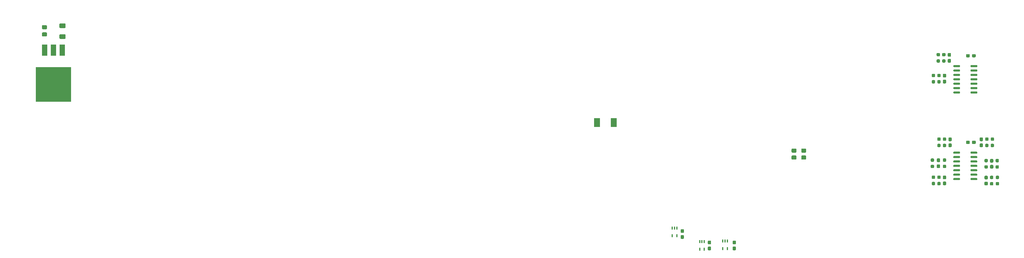
<source format=gtp>
G04 #@! TF.GenerationSoftware,KiCad,Pcbnew,(5.1.10)-1*
G04 #@! TF.CreationDate,2022-11-18T11:00:14-07:00*
G04 #@! TF.ProjectId,Lift_02,4c696674-5f30-4322-9e6b-696361645f70,rev?*
G04 #@! TF.SameCoordinates,Original*
G04 #@! TF.FileFunction,Paste,Top*
G04 #@! TF.FilePolarity,Positive*
%FSLAX46Y46*%
G04 Gerber Fmt 4.6, Leading zero omitted, Abs format (unit mm)*
G04 Created by KiCad (PCBNEW (5.1.10)-1) date 2022-11-18 11:00:14*
%MOMM*%
%LPD*%
G01*
G04 APERTURE LIST*
%ADD10R,0.400000X0.900000*%
%ADD11R,1.800000X2.540000*%
%ADD12R,1.511000X3.300000*%
%ADD13R,10.122000X10.020000*%
G04 APERTURE END LIST*
D10*
X261822000Y-72940000D03*
X261172000Y-72940000D03*
X260522000Y-72940000D03*
X260522000Y-75140000D03*
X261822000Y-75140000D03*
X269714000Y-76834000D03*
X269064000Y-76834000D03*
X268414000Y-76834000D03*
X268414000Y-79034000D03*
X269714000Y-79034000D03*
X276382000Y-76684000D03*
X275732000Y-76684000D03*
X275082000Y-76684000D03*
X275082000Y-78884000D03*
X276382000Y-78884000D03*
G36*
G01*
X271461500Y-77659000D02*
X270986500Y-77659000D01*
G75*
G02*
X270749000Y-77421500I0J237500D01*
G01*
X270749000Y-76821500D01*
G75*
G02*
X270986500Y-76584000I237500J0D01*
G01*
X271461500Y-76584000D01*
G75*
G02*
X271699000Y-76821500I0J-237500D01*
G01*
X271699000Y-77421500D01*
G75*
G02*
X271461500Y-77659000I-237500J0D01*
G01*
G37*
G36*
G01*
X271461500Y-79384000D02*
X270986500Y-79384000D01*
G75*
G02*
X270749000Y-79146500I0J237500D01*
G01*
X270749000Y-78546500D01*
G75*
G02*
X270986500Y-78309000I237500J0D01*
G01*
X271461500Y-78309000D01*
G75*
G02*
X271699000Y-78546500I0J-237500D01*
G01*
X271699000Y-79146500D01*
G75*
G02*
X271461500Y-79384000I-237500J0D01*
G01*
G37*
G36*
G01*
X278621500Y-77653000D02*
X278146500Y-77653000D01*
G75*
G02*
X277909000Y-77415500I0J237500D01*
G01*
X277909000Y-76815500D01*
G75*
G02*
X278146500Y-76578000I237500J0D01*
G01*
X278621500Y-76578000D01*
G75*
G02*
X278859000Y-76815500I0J-237500D01*
G01*
X278859000Y-77415500D01*
G75*
G02*
X278621500Y-77653000I-237500J0D01*
G01*
G37*
G36*
G01*
X278621500Y-79378000D02*
X278146500Y-79378000D01*
G75*
G02*
X277909000Y-79140500I0J237500D01*
G01*
X277909000Y-78540500D01*
G75*
G02*
X278146500Y-78303000I237500J0D01*
G01*
X278621500Y-78303000D01*
G75*
G02*
X278859000Y-78540500I0J-237500D01*
G01*
X278859000Y-79140500D01*
G75*
G02*
X278621500Y-79378000I-237500J0D01*
G01*
G37*
G36*
G01*
X263635500Y-74351000D02*
X263160500Y-74351000D01*
G75*
G02*
X262923000Y-74113500I0J237500D01*
G01*
X262923000Y-73513500D01*
G75*
G02*
X263160500Y-73276000I237500J0D01*
G01*
X263635500Y-73276000D01*
G75*
G02*
X263873000Y-73513500I0J-237500D01*
G01*
X263873000Y-74113500D01*
G75*
G02*
X263635500Y-74351000I-237500J0D01*
G01*
G37*
G36*
G01*
X263635500Y-76076000D02*
X263160500Y-76076000D01*
G75*
G02*
X262923000Y-75838500I0J237500D01*
G01*
X262923000Y-75238500D01*
G75*
G02*
X263160500Y-75001000I237500J0D01*
G01*
X263635500Y-75001000D01*
G75*
G02*
X263873000Y-75238500I0J-237500D01*
G01*
X263873000Y-75838500D01*
G75*
G02*
X263635500Y-76076000I-237500J0D01*
G01*
G37*
G36*
G01*
X346925000Y-48437500D02*
X346925000Y-47962500D01*
G75*
G02*
X347162500Y-47725000I237500J0D01*
G01*
X347762500Y-47725000D01*
G75*
G02*
X348000000Y-47962500I0J-237500D01*
G01*
X348000000Y-48437500D01*
G75*
G02*
X347762500Y-48675000I-237500J0D01*
G01*
X347162500Y-48675000D01*
G75*
G02*
X346925000Y-48437500I0J237500D01*
G01*
G37*
G36*
G01*
X345200000Y-48437500D02*
X345200000Y-47962500D01*
G75*
G02*
X345437500Y-47725000I237500J0D01*
G01*
X346037500Y-47725000D01*
G75*
G02*
X346275000Y-47962500I0J-237500D01*
G01*
X346275000Y-48437500D01*
G75*
G02*
X346037500Y-48675000I-237500J0D01*
G01*
X345437500Y-48675000D01*
G75*
G02*
X345200000Y-48437500I0J237500D01*
G01*
G37*
G36*
G01*
X346925000Y-23437500D02*
X346925000Y-22962500D01*
G75*
G02*
X347162500Y-22725000I237500J0D01*
G01*
X347762500Y-22725000D01*
G75*
G02*
X348000000Y-22962500I0J-237500D01*
G01*
X348000000Y-23437500D01*
G75*
G02*
X347762500Y-23675000I-237500J0D01*
G01*
X347162500Y-23675000D01*
G75*
G02*
X346925000Y-23437500I0J237500D01*
G01*
G37*
G36*
G01*
X345200000Y-23437500D02*
X345200000Y-22962500D01*
G75*
G02*
X345437500Y-22725000I237500J0D01*
G01*
X346037500Y-22725000D01*
G75*
G02*
X346275000Y-22962500I0J-237500D01*
G01*
X346275000Y-23437500D01*
G75*
G02*
X346037500Y-23675000I-237500J0D01*
G01*
X345437500Y-23675000D01*
G75*
G02*
X345200000Y-23437500I0J237500D01*
G01*
G37*
G36*
G01*
X337637500Y-47775000D02*
X337162500Y-47775000D01*
G75*
G02*
X336925000Y-47537500I0J237500D01*
G01*
X336925000Y-47037500D01*
G75*
G02*
X337162500Y-46800000I237500J0D01*
G01*
X337637500Y-46800000D01*
G75*
G02*
X337875000Y-47037500I0J-237500D01*
G01*
X337875000Y-47537500D01*
G75*
G02*
X337637500Y-47775000I-237500J0D01*
G01*
G37*
G36*
G01*
X337637500Y-49600000D02*
X337162500Y-49600000D01*
G75*
G02*
X336925000Y-49362500I0J237500D01*
G01*
X336925000Y-48862500D01*
G75*
G02*
X337162500Y-48625000I237500J0D01*
G01*
X337637500Y-48625000D01*
G75*
G02*
X337875000Y-48862500I0J-237500D01*
G01*
X337875000Y-49362500D01*
G75*
G02*
X337637500Y-49600000I-237500J0D01*
G01*
G37*
G36*
G01*
X339237500Y-47775000D02*
X338762500Y-47775000D01*
G75*
G02*
X338525000Y-47537500I0J237500D01*
G01*
X338525000Y-47037500D01*
G75*
G02*
X338762500Y-46800000I237500J0D01*
G01*
X339237500Y-46800000D01*
G75*
G02*
X339475000Y-47037500I0J-237500D01*
G01*
X339475000Y-47537500D01*
G75*
G02*
X339237500Y-47775000I-237500J0D01*
G01*
G37*
G36*
G01*
X339237500Y-49600000D02*
X338762500Y-49600000D01*
G75*
G02*
X338525000Y-49362500I0J237500D01*
G01*
X338525000Y-48862500D01*
G75*
G02*
X338762500Y-48625000I237500J0D01*
G01*
X339237500Y-48625000D01*
G75*
G02*
X339475000Y-48862500I0J-237500D01*
G01*
X339475000Y-49362500D01*
G75*
G02*
X339237500Y-49600000I-237500J0D01*
G01*
G37*
G36*
G01*
X352337500Y-59675000D02*
X352812500Y-59675000D01*
G75*
G02*
X353050000Y-59912500I0J-237500D01*
G01*
X353050000Y-60412500D01*
G75*
G02*
X352812500Y-60650000I-237500J0D01*
G01*
X352337500Y-60650000D01*
G75*
G02*
X352100000Y-60412500I0J237500D01*
G01*
X352100000Y-59912500D01*
G75*
G02*
X352337500Y-59675000I237500J0D01*
G01*
G37*
G36*
G01*
X352337500Y-57850000D02*
X352812500Y-57850000D01*
G75*
G02*
X353050000Y-58087500I0J-237500D01*
G01*
X353050000Y-58587500D01*
G75*
G02*
X352812500Y-58825000I-237500J0D01*
G01*
X352337500Y-58825000D01*
G75*
G02*
X352100000Y-58587500I0J237500D01*
G01*
X352100000Y-58087500D01*
G75*
G02*
X352337500Y-57850000I237500J0D01*
G01*
G37*
G36*
G01*
X337162500Y-59637500D02*
X337637500Y-59637500D01*
G75*
G02*
X337875000Y-59875000I0J-237500D01*
G01*
X337875000Y-60375000D01*
G75*
G02*
X337637500Y-60612500I-237500J0D01*
G01*
X337162500Y-60612500D01*
G75*
G02*
X336925000Y-60375000I0J237500D01*
G01*
X336925000Y-59875000D01*
G75*
G02*
X337162500Y-59637500I237500J0D01*
G01*
G37*
G36*
G01*
X337162500Y-57812500D02*
X337637500Y-57812500D01*
G75*
G02*
X337875000Y-58050000I0J-237500D01*
G01*
X337875000Y-58550000D01*
G75*
G02*
X337637500Y-58787500I-237500J0D01*
G01*
X337162500Y-58787500D01*
G75*
G02*
X336925000Y-58550000I0J237500D01*
G01*
X336925000Y-58050000D01*
G75*
G02*
X337162500Y-57812500I237500J0D01*
G01*
G37*
G36*
G01*
X354012500Y-59675000D02*
X354487500Y-59675000D01*
G75*
G02*
X354725000Y-59912500I0J-237500D01*
G01*
X354725000Y-60412500D01*
G75*
G02*
X354487500Y-60650000I-237500J0D01*
G01*
X354012500Y-60650000D01*
G75*
G02*
X353775000Y-60412500I0J237500D01*
G01*
X353775000Y-59912500D01*
G75*
G02*
X354012500Y-59675000I237500J0D01*
G01*
G37*
G36*
G01*
X354012500Y-57850000D02*
X354487500Y-57850000D01*
G75*
G02*
X354725000Y-58087500I0J-237500D01*
G01*
X354725000Y-58587500D01*
G75*
G02*
X354487500Y-58825000I-237500J0D01*
G01*
X354012500Y-58825000D01*
G75*
G02*
X353775000Y-58587500I0J237500D01*
G01*
X353775000Y-58087500D01*
G75*
G02*
X354012500Y-57850000I237500J0D01*
G01*
G37*
G36*
G01*
X337162500Y-30225000D02*
X337637500Y-30225000D01*
G75*
G02*
X337875000Y-30462500I0J-237500D01*
G01*
X337875000Y-30962500D01*
G75*
G02*
X337637500Y-31200000I-237500J0D01*
G01*
X337162500Y-31200000D01*
G75*
G02*
X336925000Y-30962500I0J237500D01*
G01*
X336925000Y-30462500D01*
G75*
G02*
X337162500Y-30225000I237500J0D01*
G01*
G37*
G36*
G01*
X337162500Y-28400000D02*
X337637500Y-28400000D01*
G75*
G02*
X337875000Y-28637500I0J-237500D01*
G01*
X337875000Y-29137500D01*
G75*
G02*
X337637500Y-29375000I-237500J0D01*
G01*
X337162500Y-29375000D01*
G75*
G02*
X336925000Y-29137500I0J237500D01*
G01*
X336925000Y-28637500D01*
G75*
G02*
X337162500Y-28400000I237500J0D01*
G01*
G37*
G36*
G01*
X335562500Y-59625000D02*
X336037500Y-59625000D01*
G75*
G02*
X336275000Y-59862500I0J-237500D01*
G01*
X336275000Y-60362500D01*
G75*
G02*
X336037500Y-60600000I-237500J0D01*
G01*
X335562500Y-60600000D01*
G75*
G02*
X335325000Y-60362500I0J237500D01*
G01*
X335325000Y-59862500D01*
G75*
G02*
X335562500Y-59625000I237500J0D01*
G01*
G37*
G36*
G01*
X335562500Y-57800000D02*
X336037500Y-57800000D01*
G75*
G02*
X336275000Y-58037500I0J-237500D01*
G01*
X336275000Y-58537500D01*
G75*
G02*
X336037500Y-58775000I-237500J0D01*
G01*
X335562500Y-58775000D01*
G75*
G02*
X335325000Y-58537500I0J237500D01*
G01*
X335325000Y-58037500D01*
G75*
G02*
X335562500Y-57800000I237500J0D01*
G01*
G37*
G36*
G01*
X351237500Y-53975000D02*
X350762500Y-53975000D01*
G75*
G02*
X350525000Y-53737500I0J237500D01*
G01*
X350525000Y-53237500D01*
G75*
G02*
X350762500Y-53000000I237500J0D01*
G01*
X351237500Y-53000000D01*
G75*
G02*
X351475000Y-53237500I0J-237500D01*
G01*
X351475000Y-53737500D01*
G75*
G02*
X351237500Y-53975000I-237500J0D01*
G01*
G37*
G36*
G01*
X351237500Y-55800000D02*
X350762500Y-55800000D01*
G75*
G02*
X350525000Y-55562500I0J237500D01*
G01*
X350525000Y-55062500D01*
G75*
G02*
X350762500Y-54825000I237500J0D01*
G01*
X351237500Y-54825000D01*
G75*
G02*
X351475000Y-55062500I0J-237500D01*
G01*
X351475000Y-55562500D01*
G75*
G02*
X351237500Y-55800000I-237500J0D01*
G01*
G37*
G36*
G01*
X339237500Y-53825000D02*
X338762500Y-53825000D01*
G75*
G02*
X338525000Y-53587500I0J237500D01*
G01*
X338525000Y-53087500D01*
G75*
G02*
X338762500Y-52850000I237500J0D01*
G01*
X339237500Y-52850000D01*
G75*
G02*
X339475000Y-53087500I0J-237500D01*
G01*
X339475000Y-53587500D01*
G75*
G02*
X339237500Y-53825000I-237500J0D01*
G01*
G37*
G36*
G01*
X339237500Y-55650000D02*
X338762500Y-55650000D01*
G75*
G02*
X338525000Y-55412500I0J237500D01*
G01*
X338525000Y-54912500D01*
G75*
G02*
X338762500Y-54675000I237500J0D01*
G01*
X339237500Y-54675000D01*
G75*
G02*
X339475000Y-54912500I0J-237500D01*
G01*
X339475000Y-55412500D01*
G75*
G02*
X339237500Y-55650000I-237500J0D01*
G01*
G37*
G36*
G01*
X335562500Y-30225000D02*
X336037500Y-30225000D01*
G75*
G02*
X336275000Y-30462500I0J-237500D01*
G01*
X336275000Y-30962500D01*
G75*
G02*
X336037500Y-31200000I-237500J0D01*
G01*
X335562500Y-31200000D01*
G75*
G02*
X335325000Y-30962500I0J237500D01*
G01*
X335325000Y-30462500D01*
G75*
G02*
X335562500Y-30225000I237500J0D01*
G01*
G37*
G36*
G01*
X335562500Y-28400000D02*
X336037500Y-28400000D01*
G75*
G02*
X336275000Y-28637500I0J-237500D01*
G01*
X336275000Y-29137500D01*
G75*
G02*
X336037500Y-29375000I-237500J0D01*
G01*
X335562500Y-29375000D01*
G75*
G02*
X335325000Y-29137500I0J237500D01*
G01*
X335325000Y-28637500D01*
G75*
G02*
X335562500Y-28400000I237500J0D01*
G01*
G37*
G36*
G01*
X354437500Y-53975000D02*
X353962500Y-53975000D01*
G75*
G02*
X353725000Y-53737500I0J237500D01*
G01*
X353725000Y-53237500D01*
G75*
G02*
X353962500Y-53000000I237500J0D01*
G01*
X354437500Y-53000000D01*
G75*
G02*
X354675000Y-53237500I0J-237500D01*
G01*
X354675000Y-53737500D01*
G75*
G02*
X354437500Y-53975000I-237500J0D01*
G01*
G37*
G36*
G01*
X354437500Y-55800000D02*
X353962500Y-55800000D01*
G75*
G02*
X353725000Y-55562500I0J237500D01*
G01*
X353725000Y-55062500D01*
G75*
G02*
X353962500Y-54825000I237500J0D01*
G01*
X354437500Y-54825000D01*
G75*
G02*
X354675000Y-55062500I0J-237500D01*
G01*
X354675000Y-55562500D01*
G75*
G02*
X354437500Y-55800000I-237500J0D01*
G01*
G37*
G36*
G01*
X335737500Y-53825000D02*
X335262500Y-53825000D01*
G75*
G02*
X335025000Y-53587500I0J237500D01*
G01*
X335025000Y-53087500D01*
G75*
G02*
X335262500Y-52850000I237500J0D01*
G01*
X335737500Y-52850000D01*
G75*
G02*
X335975000Y-53087500I0J-237500D01*
G01*
X335975000Y-53587500D01*
G75*
G02*
X335737500Y-53825000I-237500J0D01*
G01*
G37*
G36*
G01*
X335737500Y-55650000D02*
X335262500Y-55650000D01*
G75*
G02*
X335025000Y-55412500I0J237500D01*
G01*
X335025000Y-54912500D01*
G75*
G02*
X335262500Y-54675000I237500J0D01*
G01*
X335737500Y-54675000D01*
G75*
G02*
X335975000Y-54912500I0J-237500D01*
G01*
X335975000Y-55412500D01*
G75*
G02*
X335737500Y-55650000I-237500J0D01*
G01*
G37*
G36*
G01*
X339037500Y-23375000D02*
X338562500Y-23375000D01*
G75*
G02*
X338325000Y-23137500I0J237500D01*
G01*
X338325000Y-22637500D01*
G75*
G02*
X338562500Y-22400000I237500J0D01*
G01*
X339037500Y-22400000D01*
G75*
G02*
X339275000Y-22637500I0J-237500D01*
G01*
X339275000Y-23137500D01*
G75*
G02*
X339037500Y-23375000I-237500J0D01*
G01*
G37*
G36*
G01*
X339037500Y-25200000D02*
X338562500Y-25200000D01*
G75*
G02*
X338325000Y-24962500I0J237500D01*
G01*
X338325000Y-24462500D01*
G75*
G02*
X338562500Y-24225000I237500J0D01*
G01*
X339037500Y-24225000D01*
G75*
G02*
X339275000Y-24462500I0J-237500D01*
G01*
X339275000Y-24962500D01*
G75*
G02*
X339037500Y-25200000I-237500J0D01*
G01*
G37*
G36*
G01*
X351437500Y-47775000D02*
X350962500Y-47775000D01*
G75*
G02*
X350725000Y-47537500I0J237500D01*
G01*
X350725000Y-47037500D01*
G75*
G02*
X350962500Y-46800000I237500J0D01*
G01*
X351437500Y-46800000D01*
G75*
G02*
X351675000Y-47037500I0J-237500D01*
G01*
X351675000Y-47537500D01*
G75*
G02*
X351437500Y-47775000I-237500J0D01*
G01*
G37*
G36*
G01*
X351437500Y-49600000D02*
X350962500Y-49600000D01*
G75*
G02*
X350725000Y-49362500I0J237500D01*
G01*
X350725000Y-48862500D01*
G75*
G02*
X350962500Y-48625000I237500J0D01*
G01*
X351437500Y-48625000D01*
G75*
G02*
X351675000Y-48862500I0J-237500D01*
G01*
X351675000Y-49362500D01*
G75*
G02*
X351437500Y-49600000I-237500J0D01*
G01*
G37*
G36*
G01*
X337437500Y-23375000D02*
X336962500Y-23375000D01*
G75*
G02*
X336725000Y-23137500I0J237500D01*
G01*
X336725000Y-22637500D01*
G75*
G02*
X336962500Y-22400000I237500J0D01*
G01*
X337437500Y-22400000D01*
G75*
G02*
X337675000Y-22637500I0J-237500D01*
G01*
X337675000Y-23137500D01*
G75*
G02*
X337437500Y-23375000I-237500J0D01*
G01*
G37*
G36*
G01*
X337437500Y-25200000D02*
X336962500Y-25200000D01*
G75*
G02*
X336725000Y-24962500I0J237500D01*
G01*
X336725000Y-24462500D01*
G75*
G02*
X336962500Y-24225000I237500J0D01*
G01*
X337437500Y-24225000D01*
G75*
G02*
X337675000Y-24462500I0J-237500D01*
G01*
X337675000Y-24962500D01*
G75*
G02*
X337437500Y-25200000I-237500J0D01*
G01*
G37*
G36*
G01*
X353037500Y-47775000D02*
X352562500Y-47775000D01*
G75*
G02*
X352325000Y-47537500I0J237500D01*
G01*
X352325000Y-47037500D01*
G75*
G02*
X352562500Y-46800000I237500J0D01*
G01*
X353037500Y-46800000D01*
G75*
G02*
X353275000Y-47037500I0J-237500D01*
G01*
X353275000Y-47537500D01*
G75*
G02*
X353037500Y-47775000I-237500J0D01*
G01*
G37*
G36*
G01*
X353037500Y-49600000D02*
X352562500Y-49600000D01*
G75*
G02*
X352325000Y-49362500I0J237500D01*
G01*
X352325000Y-48862500D01*
G75*
G02*
X352562500Y-48625000I237500J0D01*
G01*
X353037500Y-48625000D01*
G75*
G02*
X353275000Y-48862500I0J-237500D01*
G01*
X353275000Y-49362500D01*
G75*
G02*
X353037500Y-49600000I-237500J0D01*
G01*
G37*
G36*
G01*
X350762500Y-59575000D02*
X351237500Y-59575000D01*
G75*
G02*
X351475000Y-59812500I0J-237500D01*
G01*
X351475000Y-60412500D01*
G75*
G02*
X351237500Y-60650000I-237500J0D01*
G01*
X350762500Y-60650000D01*
G75*
G02*
X350525000Y-60412500I0J237500D01*
G01*
X350525000Y-59812500D01*
G75*
G02*
X350762500Y-59575000I237500J0D01*
G01*
G37*
G36*
G01*
X350762500Y-57850000D02*
X351237500Y-57850000D01*
G75*
G02*
X351475000Y-58087500I0J-237500D01*
G01*
X351475000Y-58687500D01*
G75*
G02*
X351237500Y-58925000I-237500J0D01*
G01*
X350762500Y-58925000D01*
G75*
G02*
X350525000Y-58687500I0J237500D01*
G01*
X350525000Y-58087500D01*
G75*
G02*
X350762500Y-57850000I237500J0D01*
G01*
G37*
G36*
G01*
X338762500Y-59525000D02*
X339237500Y-59525000D01*
G75*
G02*
X339475000Y-59762500I0J-237500D01*
G01*
X339475000Y-60362500D01*
G75*
G02*
X339237500Y-60600000I-237500J0D01*
G01*
X338762500Y-60600000D01*
G75*
G02*
X338525000Y-60362500I0J237500D01*
G01*
X338525000Y-59762500D01*
G75*
G02*
X338762500Y-59525000I237500J0D01*
G01*
G37*
G36*
G01*
X338762500Y-57800000D02*
X339237500Y-57800000D01*
G75*
G02*
X339475000Y-58037500I0J-237500D01*
G01*
X339475000Y-58637500D01*
G75*
G02*
X339237500Y-58875000I-237500J0D01*
G01*
X338762500Y-58875000D01*
G75*
G02*
X338525000Y-58637500I0J237500D01*
G01*
X338525000Y-58037500D01*
G75*
G02*
X338762500Y-57800000I237500J0D01*
G01*
G37*
G36*
G01*
X338762500Y-30125000D02*
X339237500Y-30125000D01*
G75*
G02*
X339475000Y-30362500I0J-237500D01*
G01*
X339475000Y-30962500D01*
G75*
G02*
X339237500Y-31200000I-237500J0D01*
G01*
X338762500Y-31200000D01*
G75*
G02*
X338525000Y-30962500I0J237500D01*
G01*
X338525000Y-30362500D01*
G75*
G02*
X338762500Y-30125000I237500J0D01*
G01*
G37*
G36*
G01*
X338762500Y-28400000D02*
X339237500Y-28400000D01*
G75*
G02*
X339475000Y-28637500I0J-237500D01*
G01*
X339475000Y-29237500D01*
G75*
G02*
X339237500Y-29475000I-237500J0D01*
G01*
X338762500Y-29475000D01*
G75*
G02*
X338525000Y-29237500I0J237500D01*
G01*
X338525000Y-28637500D01*
G75*
G02*
X338762500Y-28400000I237500J0D01*
G01*
G37*
G36*
G01*
X352362500Y-54725000D02*
X352837500Y-54725000D01*
G75*
G02*
X353075000Y-54962500I0J-237500D01*
G01*
X353075000Y-55562500D01*
G75*
G02*
X352837500Y-55800000I-237500J0D01*
G01*
X352362500Y-55800000D01*
G75*
G02*
X352125000Y-55562500I0J237500D01*
G01*
X352125000Y-54962500D01*
G75*
G02*
X352362500Y-54725000I237500J0D01*
G01*
G37*
G36*
G01*
X352362500Y-53000000D02*
X352837500Y-53000000D01*
G75*
G02*
X353075000Y-53237500I0J-237500D01*
G01*
X353075000Y-53837500D01*
G75*
G02*
X352837500Y-54075000I-237500J0D01*
G01*
X352362500Y-54075000D01*
G75*
G02*
X352125000Y-53837500I0J237500D01*
G01*
X352125000Y-53237500D01*
G75*
G02*
X352362500Y-53000000I237500J0D01*
G01*
G37*
G36*
G01*
X337012500Y-54575000D02*
X337487500Y-54575000D01*
G75*
G02*
X337725000Y-54812500I0J-237500D01*
G01*
X337725000Y-55412500D01*
G75*
G02*
X337487500Y-55650000I-237500J0D01*
G01*
X337012500Y-55650000D01*
G75*
G02*
X336775000Y-55412500I0J237500D01*
G01*
X336775000Y-54812500D01*
G75*
G02*
X337012500Y-54575000I237500J0D01*
G01*
G37*
G36*
G01*
X337012500Y-52850000D02*
X337487500Y-52850000D01*
G75*
G02*
X337725000Y-53087500I0J-237500D01*
G01*
X337725000Y-53687500D01*
G75*
G02*
X337487500Y-53925000I-237500J0D01*
G01*
X337012500Y-53925000D01*
G75*
G02*
X336775000Y-53687500I0J237500D01*
G01*
X336775000Y-53087500D01*
G75*
G02*
X337012500Y-52850000I237500J0D01*
G01*
G37*
G36*
G01*
X340637500Y-23475000D02*
X340162500Y-23475000D01*
G75*
G02*
X339925000Y-23237500I0J237500D01*
G01*
X339925000Y-22637500D01*
G75*
G02*
X340162500Y-22400000I237500J0D01*
G01*
X340637500Y-22400000D01*
G75*
G02*
X340875000Y-22637500I0J-237500D01*
G01*
X340875000Y-23237500D01*
G75*
G02*
X340637500Y-23475000I-237500J0D01*
G01*
G37*
G36*
G01*
X340637500Y-25200000D02*
X340162500Y-25200000D01*
G75*
G02*
X339925000Y-24962500I0J237500D01*
G01*
X339925000Y-24362500D01*
G75*
G02*
X340162500Y-24125000I237500J0D01*
G01*
X340637500Y-24125000D01*
G75*
G02*
X340875000Y-24362500I0J-237500D01*
G01*
X340875000Y-24962500D01*
G75*
G02*
X340637500Y-25200000I-237500J0D01*
G01*
G37*
G36*
G01*
X349837500Y-47875000D02*
X349362500Y-47875000D01*
G75*
G02*
X349125000Y-47637500I0J237500D01*
G01*
X349125000Y-47037500D01*
G75*
G02*
X349362500Y-46800000I237500J0D01*
G01*
X349837500Y-46800000D01*
G75*
G02*
X350075000Y-47037500I0J-237500D01*
G01*
X350075000Y-47637500D01*
G75*
G02*
X349837500Y-47875000I-237500J0D01*
G01*
G37*
G36*
G01*
X349837500Y-49600000D02*
X349362500Y-49600000D01*
G75*
G02*
X349125000Y-49362500I0J237500D01*
G01*
X349125000Y-48762500D01*
G75*
G02*
X349362500Y-48525000I237500J0D01*
G01*
X349837500Y-48525000D01*
G75*
G02*
X350075000Y-48762500I0J-237500D01*
G01*
X350075000Y-49362500D01*
G75*
G02*
X349837500Y-49600000I-237500J0D01*
G01*
G37*
G36*
G01*
X340837500Y-47875000D02*
X340362500Y-47875000D01*
G75*
G02*
X340125000Y-47637500I0J237500D01*
G01*
X340125000Y-47037500D01*
G75*
G02*
X340362500Y-46800000I237500J0D01*
G01*
X340837500Y-46800000D01*
G75*
G02*
X341075000Y-47037500I0J-237500D01*
G01*
X341075000Y-47637500D01*
G75*
G02*
X340837500Y-47875000I-237500J0D01*
G01*
G37*
G36*
G01*
X340837500Y-49600000D02*
X340362500Y-49600000D01*
G75*
G02*
X340125000Y-49362500I0J237500D01*
G01*
X340125000Y-48762500D01*
G75*
G02*
X340362500Y-48525000I237500J0D01*
G01*
X340837500Y-48525000D01*
G75*
G02*
X341075000Y-48762500I0J-237500D01*
G01*
X341075000Y-49362500D01*
G75*
G02*
X340837500Y-49600000I-237500J0D01*
G01*
G37*
G36*
G01*
X346500000Y-51340000D02*
X346500000Y-51040000D01*
G75*
G02*
X346650000Y-50890000I150000J0D01*
G01*
X348300000Y-50890000D01*
G75*
G02*
X348450000Y-51040000I0J-150000D01*
G01*
X348450000Y-51340000D01*
G75*
G02*
X348300000Y-51490000I-150000J0D01*
G01*
X346650000Y-51490000D01*
G75*
G02*
X346500000Y-51340000I0J150000D01*
G01*
G37*
G36*
G01*
X346500000Y-52610000D02*
X346500000Y-52310000D01*
G75*
G02*
X346650000Y-52160000I150000J0D01*
G01*
X348300000Y-52160000D01*
G75*
G02*
X348450000Y-52310000I0J-150000D01*
G01*
X348450000Y-52610000D01*
G75*
G02*
X348300000Y-52760000I-150000J0D01*
G01*
X346650000Y-52760000D01*
G75*
G02*
X346500000Y-52610000I0J150000D01*
G01*
G37*
G36*
G01*
X346500000Y-53880000D02*
X346500000Y-53580000D01*
G75*
G02*
X346650000Y-53430000I150000J0D01*
G01*
X348300000Y-53430000D01*
G75*
G02*
X348450000Y-53580000I0J-150000D01*
G01*
X348450000Y-53880000D01*
G75*
G02*
X348300000Y-54030000I-150000J0D01*
G01*
X346650000Y-54030000D01*
G75*
G02*
X346500000Y-53880000I0J150000D01*
G01*
G37*
G36*
G01*
X346500000Y-55150000D02*
X346500000Y-54850000D01*
G75*
G02*
X346650000Y-54700000I150000J0D01*
G01*
X348300000Y-54700000D01*
G75*
G02*
X348450000Y-54850000I0J-150000D01*
G01*
X348450000Y-55150000D01*
G75*
G02*
X348300000Y-55300000I-150000J0D01*
G01*
X346650000Y-55300000D01*
G75*
G02*
X346500000Y-55150000I0J150000D01*
G01*
G37*
G36*
G01*
X346500000Y-56420000D02*
X346500000Y-56120000D01*
G75*
G02*
X346650000Y-55970000I150000J0D01*
G01*
X348300000Y-55970000D01*
G75*
G02*
X348450000Y-56120000I0J-150000D01*
G01*
X348450000Y-56420000D01*
G75*
G02*
X348300000Y-56570000I-150000J0D01*
G01*
X346650000Y-56570000D01*
G75*
G02*
X346500000Y-56420000I0J150000D01*
G01*
G37*
G36*
G01*
X346500000Y-57690000D02*
X346500000Y-57390000D01*
G75*
G02*
X346650000Y-57240000I150000J0D01*
G01*
X348300000Y-57240000D01*
G75*
G02*
X348450000Y-57390000I0J-150000D01*
G01*
X348450000Y-57690000D01*
G75*
G02*
X348300000Y-57840000I-150000J0D01*
G01*
X346650000Y-57840000D01*
G75*
G02*
X346500000Y-57690000I0J150000D01*
G01*
G37*
G36*
G01*
X346500000Y-58960000D02*
X346500000Y-58660000D01*
G75*
G02*
X346650000Y-58510000I150000J0D01*
G01*
X348300000Y-58510000D01*
G75*
G02*
X348450000Y-58660000I0J-150000D01*
G01*
X348450000Y-58960000D01*
G75*
G02*
X348300000Y-59110000I-150000J0D01*
G01*
X346650000Y-59110000D01*
G75*
G02*
X346500000Y-58960000I0J150000D01*
G01*
G37*
G36*
G01*
X341550000Y-58960000D02*
X341550000Y-58660000D01*
G75*
G02*
X341700000Y-58510000I150000J0D01*
G01*
X343350000Y-58510000D01*
G75*
G02*
X343500000Y-58660000I0J-150000D01*
G01*
X343500000Y-58960000D01*
G75*
G02*
X343350000Y-59110000I-150000J0D01*
G01*
X341700000Y-59110000D01*
G75*
G02*
X341550000Y-58960000I0J150000D01*
G01*
G37*
G36*
G01*
X341550000Y-57690000D02*
X341550000Y-57390000D01*
G75*
G02*
X341700000Y-57240000I150000J0D01*
G01*
X343350000Y-57240000D01*
G75*
G02*
X343500000Y-57390000I0J-150000D01*
G01*
X343500000Y-57690000D01*
G75*
G02*
X343350000Y-57840000I-150000J0D01*
G01*
X341700000Y-57840000D01*
G75*
G02*
X341550000Y-57690000I0J150000D01*
G01*
G37*
G36*
G01*
X341550000Y-56420000D02*
X341550000Y-56120000D01*
G75*
G02*
X341700000Y-55970000I150000J0D01*
G01*
X343350000Y-55970000D01*
G75*
G02*
X343500000Y-56120000I0J-150000D01*
G01*
X343500000Y-56420000D01*
G75*
G02*
X343350000Y-56570000I-150000J0D01*
G01*
X341700000Y-56570000D01*
G75*
G02*
X341550000Y-56420000I0J150000D01*
G01*
G37*
G36*
G01*
X341550000Y-55150000D02*
X341550000Y-54850000D01*
G75*
G02*
X341700000Y-54700000I150000J0D01*
G01*
X343350000Y-54700000D01*
G75*
G02*
X343500000Y-54850000I0J-150000D01*
G01*
X343500000Y-55150000D01*
G75*
G02*
X343350000Y-55300000I-150000J0D01*
G01*
X341700000Y-55300000D01*
G75*
G02*
X341550000Y-55150000I0J150000D01*
G01*
G37*
G36*
G01*
X341550000Y-53880000D02*
X341550000Y-53580000D01*
G75*
G02*
X341700000Y-53430000I150000J0D01*
G01*
X343350000Y-53430000D01*
G75*
G02*
X343500000Y-53580000I0J-150000D01*
G01*
X343500000Y-53880000D01*
G75*
G02*
X343350000Y-54030000I-150000J0D01*
G01*
X341700000Y-54030000D01*
G75*
G02*
X341550000Y-53880000I0J150000D01*
G01*
G37*
G36*
G01*
X341550000Y-52610000D02*
X341550000Y-52310000D01*
G75*
G02*
X341700000Y-52160000I150000J0D01*
G01*
X343350000Y-52160000D01*
G75*
G02*
X343500000Y-52310000I0J-150000D01*
G01*
X343500000Y-52610000D01*
G75*
G02*
X343350000Y-52760000I-150000J0D01*
G01*
X341700000Y-52760000D01*
G75*
G02*
X341550000Y-52610000I0J150000D01*
G01*
G37*
G36*
G01*
X341550000Y-51340000D02*
X341550000Y-51040000D01*
G75*
G02*
X341700000Y-50890000I150000J0D01*
G01*
X343350000Y-50890000D01*
G75*
G02*
X343500000Y-51040000I0J-150000D01*
G01*
X343500000Y-51340000D01*
G75*
G02*
X343350000Y-51490000I-150000J0D01*
G01*
X341700000Y-51490000D01*
G75*
G02*
X341550000Y-51340000I0J150000D01*
G01*
G37*
G36*
G01*
X346500000Y-26340000D02*
X346500000Y-26040000D01*
G75*
G02*
X346650000Y-25890000I150000J0D01*
G01*
X348300000Y-25890000D01*
G75*
G02*
X348450000Y-26040000I0J-150000D01*
G01*
X348450000Y-26340000D01*
G75*
G02*
X348300000Y-26490000I-150000J0D01*
G01*
X346650000Y-26490000D01*
G75*
G02*
X346500000Y-26340000I0J150000D01*
G01*
G37*
G36*
G01*
X346500000Y-27610000D02*
X346500000Y-27310000D01*
G75*
G02*
X346650000Y-27160000I150000J0D01*
G01*
X348300000Y-27160000D01*
G75*
G02*
X348450000Y-27310000I0J-150000D01*
G01*
X348450000Y-27610000D01*
G75*
G02*
X348300000Y-27760000I-150000J0D01*
G01*
X346650000Y-27760000D01*
G75*
G02*
X346500000Y-27610000I0J150000D01*
G01*
G37*
G36*
G01*
X346500000Y-28880000D02*
X346500000Y-28580000D01*
G75*
G02*
X346650000Y-28430000I150000J0D01*
G01*
X348300000Y-28430000D01*
G75*
G02*
X348450000Y-28580000I0J-150000D01*
G01*
X348450000Y-28880000D01*
G75*
G02*
X348300000Y-29030000I-150000J0D01*
G01*
X346650000Y-29030000D01*
G75*
G02*
X346500000Y-28880000I0J150000D01*
G01*
G37*
G36*
G01*
X346500000Y-30150000D02*
X346500000Y-29850000D01*
G75*
G02*
X346650000Y-29700000I150000J0D01*
G01*
X348300000Y-29700000D01*
G75*
G02*
X348450000Y-29850000I0J-150000D01*
G01*
X348450000Y-30150000D01*
G75*
G02*
X348300000Y-30300000I-150000J0D01*
G01*
X346650000Y-30300000D01*
G75*
G02*
X346500000Y-30150000I0J150000D01*
G01*
G37*
G36*
G01*
X346500000Y-31420000D02*
X346500000Y-31120000D01*
G75*
G02*
X346650000Y-30970000I150000J0D01*
G01*
X348300000Y-30970000D01*
G75*
G02*
X348450000Y-31120000I0J-150000D01*
G01*
X348450000Y-31420000D01*
G75*
G02*
X348300000Y-31570000I-150000J0D01*
G01*
X346650000Y-31570000D01*
G75*
G02*
X346500000Y-31420000I0J150000D01*
G01*
G37*
G36*
G01*
X346500000Y-32690000D02*
X346500000Y-32390000D01*
G75*
G02*
X346650000Y-32240000I150000J0D01*
G01*
X348300000Y-32240000D01*
G75*
G02*
X348450000Y-32390000I0J-150000D01*
G01*
X348450000Y-32690000D01*
G75*
G02*
X348300000Y-32840000I-150000J0D01*
G01*
X346650000Y-32840000D01*
G75*
G02*
X346500000Y-32690000I0J150000D01*
G01*
G37*
G36*
G01*
X346500000Y-33960000D02*
X346500000Y-33660000D01*
G75*
G02*
X346650000Y-33510000I150000J0D01*
G01*
X348300000Y-33510000D01*
G75*
G02*
X348450000Y-33660000I0J-150000D01*
G01*
X348450000Y-33960000D01*
G75*
G02*
X348300000Y-34110000I-150000J0D01*
G01*
X346650000Y-34110000D01*
G75*
G02*
X346500000Y-33960000I0J150000D01*
G01*
G37*
G36*
G01*
X341550000Y-33960000D02*
X341550000Y-33660000D01*
G75*
G02*
X341700000Y-33510000I150000J0D01*
G01*
X343350000Y-33510000D01*
G75*
G02*
X343500000Y-33660000I0J-150000D01*
G01*
X343500000Y-33960000D01*
G75*
G02*
X343350000Y-34110000I-150000J0D01*
G01*
X341700000Y-34110000D01*
G75*
G02*
X341550000Y-33960000I0J150000D01*
G01*
G37*
G36*
G01*
X341550000Y-32690000D02*
X341550000Y-32390000D01*
G75*
G02*
X341700000Y-32240000I150000J0D01*
G01*
X343350000Y-32240000D01*
G75*
G02*
X343500000Y-32390000I0J-150000D01*
G01*
X343500000Y-32690000D01*
G75*
G02*
X343350000Y-32840000I-150000J0D01*
G01*
X341700000Y-32840000D01*
G75*
G02*
X341550000Y-32690000I0J150000D01*
G01*
G37*
G36*
G01*
X341550000Y-31420000D02*
X341550000Y-31120000D01*
G75*
G02*
X341700000Y-30970000I150000J0D01*
G01*
X343350000Y-30970000D01*
G75*
G02*
X343500000Y-31120000I0J-150000D01*
G01*
X343500000Y-31420000D01*
G75*
G02*
X343350000Y-31570000I-150000J0D01*
G01*
X341700000Y-31570000D01*
G75*
G02*
X341550000Y-31420000I0J150000D01*
G01*
G37*
G36*
G01*
X341550000Y-30150000D02*
X341550000Y-29850000D01*
G75*
G02*
X341700000Y-29700000I150000J0D01*
G01*
X343350000Y-29700000D01*
G75*
G02*
X343500000Y-29850000I0J-150000D01*
G01*
X343500000Y-30150000D01*
G75*
G02*
X343350000Y-30300000I-150000J0D01*
G01*
X341700000Y-30300000D01*
G75*
G02*
X341550000Y-30150000I0J150000D01*
G01*
G37*
G36*
G01*
X341550000Y-28880000D02*
X341550000Y-28580000D01*
G75*
G02*
X341700000Y-28430000I150000J0D01*
G01*
X343350000Y-28430000D01*
G75*
G02*
X343500000Y-28580000I0J-150000D01*
G01*
X343500000Y-28880000D01*
G75*
G02*
X343350000Y-29030000I-150000J0D01*
G01*
X341700000Y-29030000D01*
G75*
G02*
X341550000Y-28880000I0J150000D01*
G01*
G37*
G36*
G01*
X341550000Y-27610000D02*
X341550000Y-27310000D01*
G75*
G02*
X341700000Y-27160000I150000J0D01*
G01*
X343350000Y-27160000D01*
G75*
G02*
X343500000Y-27310000I0J-150000D01*
G01*
X343500000Y-27610000D01*
G75*
G02*
X343350000Y-27760000I-150000J0D01*
G01*
X341700000Y-27760000D01*
G75*
G02*
X341550000Y-27610000I0J150000D01*
G01*
G37*
G36*
G01*
X341550000Y-26340000D02*
X341550000Y-26040000D01*
G75*
G02*
X341700000Y-25890000I150000J0D01*
G01*
X343350000Y-25890000D01*
G75*
G02*
X343500000Y-26040000I0J-150000D01*
G01*
X343500000Y-26340000D01*
G75*
G02*
X343350000Y-26490000I-150000J0D01*
G01*
X341700000Y-26490000D01*
G75*
G02*
X341550000Y-26340000I0J150000D01*
G01*
G37*
D11*
X238850000Y-42500000D03*
X243650000Y-42500000D03*
D12*
X82100000Y-21548000D03*
X84640000Y-21548000D03*
X79560000Y-21548000D03*
D13*
X82100000Y-31452000D03*
G36*
G01*
X295149999Y-52000000D02*
X296050001Y-52000000D01*
G75*
G02*
X296300000Y-52249999I0J-249999D01*
G01*
X296300000Y-52950001D01*
G75*
G02*
X296050001Y-53200000I-249999J0D01*
G01*
X295149999Y-53200000D01*
G75*
G02*
X294900000Y-52950001I0J249999D01*
G01*
X294900000Y-52249999D01*
G75*
G02*
X295149999Y-52000000I249999J0D01*
G01*
G37*
G36*
G01*
X295149999Y-50000000D02*
X296050001Y-50000000D01*
G75*
G02*
X296300000Y-50249999I0J-249999D01*
G01*
X296300000Y-50950001D01*
G75*
G02*
X296050001Y-51200000I-249999J0D01*
G01*
X295149999Y-51200000D01*
G75*
G02*
X294900000Y-50950001I0J249999D01*
G01*
X294900000Y-50249999D01*
G75*
G02*
X295149999Y-50000000I249999J0D01*
G01*
G37*
G36*
G01*
X297949999Y-52000000D02*
X298850001Y-52000000D01*
G75*
G02*
X299100000Y-52249999I0J-249999D01*
G01*
X299100000Y-52950001D01*
G75*
G02*
X298850001Y-53200000I-249999J0D01*
G01*
X297949999Y-53200000D01*
G75*
G02*
X297700000Y-52950001I0J249999D01*
G01*
X297700000Y-52249999D01*
G75*
G02*
X297949999Y-52000000I249999J0D01*
G01*
G37*
G36*
G01*
X297949999Y-50000000D02*
X298850001Y-50000000D01*
G75*
G02*
X299100000Y-50249999I0J-249999D01*
G01*
X299100000Y-50950001D01*
G75*
G02*
X298850001Y-51200000I-249999J0D01*
G01*
X297949999Y-51200000D01*
G75*
G02*
X297700000Y-50950001I0J249999D01*
G01*
X297700000Y-50249999D01*
G75*
G02*
X297949999Y-50000000I249999J0D01*
G01*
G37*
G36*
G01*
X79975000Y-15550000D02*
X79025000Y-15550000D01*
G75*
G02*
X78775000Y-15300000I0J250000D01*
G01*
X78775000Y-14625000D01*
G75*
G02*
X79025000Y-14375000I250000J0D01*
G01*
X79975000Y-14375000D01*
G75*
G02*
X80225000Y-14625000I0J-250000D01*
G01*
X80225000Y-15300000D01*
G75*
G02*
X79975000Y-15550000I-250000J0D01*
G01*
G37*
G36*
G01*
X79975000Y-17625000D02*
X79025000Y-17625000D01*
G75*
G02*
X78775000Y-17375000I0J250000D01*
G01*
X78775000Y-16700000D01*
G75*
G02*
X79025000Y-16450000I250000J0D01*
G01*
X79975000Y-16450000D01*
G75*
G02*
X80225000Y-16700000I0J-250000D01*
G01*
X80225000Y-17375000D01*
G75*
G02*
X79975000Y-17625000I-250000J0D01*
G01*
G37*
G36*
G01*
X85350003Y-15200000D02*
X84049997Y-15200000D01*
G75*
G02*
X83800000Y-14950003I0J249997D01*
G01*
X83800000Y-14124997D01*
G75*
G02*
X84049997Y-13875000I249997J0D01*
G01*
X85350003Y-13875000D01*
G75*
G02*
X85600000Y-14124997I0J-249997D01*
G01*
X85600000Y-14950003D01*
G75*
G02*
X85350003Y-15200000I-249997J0D01*
G01*
G37*
G36*
G01*
X85350003Y-18325000D02*
X84049997Y-18325000D01*
G75*
G02*
X83800000Y-18075003I0J249997D01*
G01*
X83800000Y-17249997D01*
G75*
G02*
X84049997Y-17000000I249997J0D01*
G01*
X85350003Y-17000000D01*
G75*
G02*
X85600000Y-17249997I0J-249997D01*
G01*
X85600000Y-18075003D01*
G75*
G02*
X85350003Y-18325000I-249997J0D01*
G01*
G37*
M02*

</source>
